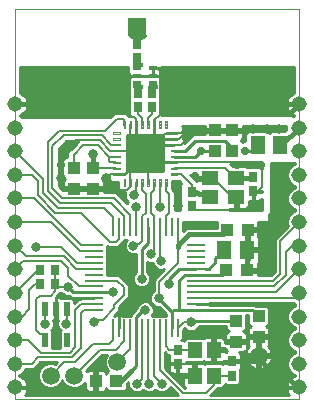
<source format=gtl>
G75*
G70*
%OFA0B0*%
%FSLAX24Y24*%
%IPPOS*%
%LPD*%
%AMOC8*
5,1,8,0,0,1.08239X$1,22.5*
%
%ADD10C,0.0000*%
%ADD11R,0.0591X0.0098*%
%ADD12R,0.0098X0.0591*%
%ADD13C,0.0049*%
%ADD14C,0.0130*%
%ADD15R,0.0276X0.0118*%
%ADD16R,0.0551X0.0472*%
%ADD17R,0.0472X0.0551*%
%ADD18R,0.0291X0.0364*%
%ADD19R,0.0425X0.0413*%
%ADD20R,0.0217X0.0472*%
%ADD21R,0.0276X0.0354*%
%ADD22C,0.0515*%
%ADD23R,0.0413X0.0425*%
%ADD24R,0.0512X0.0630*%
%ADD25C,0.0591*%
%ADD26R,0.0512X0.0591*%
%ADD27R,0.0591X0.0591*%
%ADD28C,0.0079*%
%ADD29C,0.0004*%
%ADD30C,0.0100*%
%ADD31C,0.0317*%
%ADD32C,0.0160*%
%ADD33C,0.0278*%
D10*
X000505Y000937D02*
X000505Y013930D01*
X009954Y013930D01*
X009954Y000937D01*
X000505Y000937D01*
D11*
X003143Y003910D03*
X003143Y004107D03*
X003143Y004304D03*
X003143Y004500D03*
X003143Y004697D03*
X003143Y004894D03*
X003143Y005091D03*
X003143Y005288D03*
X003143Y005485D03*
X003143Y005681D03*
X003143Y005878D03*
X003143Y006075D03*
X006529Y006075D03*
X006529Y005878D03*
X006529Y005681D03*
X006529Y005485D03*
X006529Y005288D03*
X006529Y005091D03*
X006529Y004894D03*
X006529Y004697D03*
X006529Y004500D03*
X006529Y004304D03*
X006529Y004107D03*
X006529Y003910D03*
D12*
X005918Y003300D03*
X005722Y003300D03*
X005525Y003300D03*
X005328Y003300D03*
X005131Y003300D03*
X004934Y003300D03*
X004737Y003300D03*
X004540Y003300D03*
X004344Y003300D03*
X004147Y003300D03*
X003950Y003300D03*
X003753Y003300D03*
X003753Y006685D03*
X003950Y006685D03*
X004147Y006685D03*
X004344Y006685D03*
X004540Y006685D03*
X004737Y006685D03*
X004934Y006685D03*
X005131Y006685D03*
X005328Y006685D03*
X005525Y006685D03*
X005722Y006685D03*
X005918Y006685D03*
D13*
X005550Y008048D02*
X005500Y008048D01*
X005500Y008276D01*
X005550Y008276D01*
X005550Y008048D01*
X005550Y008096D02*
X005500Y008096D01*
X005500Y008144D02*
X005550Y008144D01*
X005550Y008192D02*
X005500Y008192D01*
X005500Y008240D02*
X005550Y008240D01*
X005686Y008412D02*
X005686Y008462D01*
X005914Y008462D01*
X005914Y008412D01*
X005686Y008412D01*
X005686Y008460D02*
X005914Y008460D01*
X005686Y008609D02*
X005686Y008659D01*
X005914Y008659D01*
X005914Y008609D01*
X005686Y008609D01*
X005686Y008657D02*
X005914Y008657D01*
X005686Y008806D02*
X005686Y008856D01*
X005914Y008856D01*
X005914Y008806D01*
X005686Y008806D01*
X005686Y008854D02*
X005914Y008854D01*
X005686Y009003D02*
X005686Y009053D01*
X005914Y009053D01*
X005914Y009003D01*
X005686Y009003D01*
X005686Y009051D02*
X005914Y009051D01*
X005686Y009200D02*
X005686Y009250D01*
X005914Y009250D01*
X005914Y009200D01*
X005686Y009200D01*
X005686Y009248D02*
X005914Y009248D01*
X005686Y009397D02*
X005686Y009447D01*
X005914Y009447D01*
X005914Y009397D01*
X005686Y009397D01*
X005686Y009445D02*
X005914Y009445D01*
X005686Y009594D02*
X005686Y009644D01*
X005914Y009644D01*
X005914Y009594D01*
X005686Y009594D01*
X005686Y009642D02*
X005914Y009642D01*
X005686Y009790D02*
X005686Y009840D01*
X005914Y009840D01*
X005914Y009790D01*
X005686Y009790D01*
X005686Y009838D02*
X005914Y009838D01*
X005550Y009977D02*
X005500Y009977D01*
X005500Y010205D01*
X005550Y010205D01*
X005550Y009977D01*
X005550Y010025D02*
X005500Y010025D01*
X005500Y010073D02*
X005550Y010073D01*
X005550Y010121D02*
X005500Y010121D01*
X005500Y010169D02*
X005550Y010169D01*
X005353Y009977D02*
X005303Y009977D01*
X005303Y010205D01*
X005353Y010205D01*
X005353Y009977D01*
X005353Y010025D02*
X005303Y010025D01*
X005303Y010073D02*
X005353Y010073D01*
X005353Y010121D02*
X005303Y010121D01*
X005303Y010169D02*
X005353Y010169D01*
X005156Y009977D02*
X005106Y009977D01*
X005106Y010205D01*
X005156Y010205D01*
X005156Y009977D01*
X005156Y010025D02*
X005106Y010025D01*
X005106Y010073D02*
X005156Y010073D01*
X005156Y010121D02*
X005106Y010121D01*
X005106Y010169D02*
X005156Y010169D01*
X004959Y009977D02*
X004909Y009977D01*
X004909Y010205D01*
X004959Y010205D01*
X004959Y009977D01*
X004959Y010025D02*
X004909Y010025D01*
X004909Y010073D02*
X004959Y010073D01*
X004959Y010121D02*
X004909Y010121D01*
X004909Y010169D02*
X004959Y010169D01*
X004762Y009977D02*
X004712Y009977D01*
X004712Y010205D01*
X004762Y010205D01*
X004762Y009977D01*
X004762Y010025D02*
X004712Y010025D01*
X004712Y010073D02*
X004762Y010073D01*
X004762Y010121D02*
X004712Y010121D01*
X004712Y010169D02*
X004762Y010169D01*
X004565Y009977D02*
X004515Y009977D01*
X004515Y010205D01*
X004565Y010205D01*
X004565Y009977D01*
X004565Y010025D02*
X004515Y010025D01*
X004515Y010073D02*
X004565Y010073D01*
X004565Y010121D02*
X004515Y010121D01*
X004515Y010169D02*
X004565Y010169D01*
X004369Y009977D02*
X004319Y009977D01*
X004319Y010205D01*
X004369Y010205D01*
X004369Y009977D01*
X004369Y010025D02*
X004319Y010025D01*
X004319Y010073D02*
X004369Y010073D01*
X004369Y010121D02*
X004319Y010121D01*
X004319Y010169D02*
X004369Y010169D01*
X004172Y009977D02*
X004122Y009977D01*
X004122Y010205D01*
X004172Y010205D01*
X004172Y009977D01*
X004172Y010025D02*
X004122Y010025D01*
X004122Y010073D02*
X004172Y010073D01*
X004172Y010121D02*
X004122Y010121D01*
X004122Y010169D02*
X004172Y010169D01*
X003757Y009840D02*
X003757Y009790D01*
X003757Y009840D02*
X003985Y009840D01*
X003985Y009790D01*
X003757Y009790D01*
X003757Y009838D02*
X003985Y009838D01*
X003757Y009644D02*
X003757Y009594D01*
X003757Y009644D02*
X003985Y009644D01*
X003985Y009594D01*
X003757Y009594D01*
X003757Y009642D02*
X003985Y009642D01*
X003757Y009447D02*
X003757Y009397D01*
X003757Y009447D02*
X003985Y009447D01*
X003985Y009397D01*
X003757Y009397D01*
X003757Y009445D02*
X003985Y009445D01*
X003757Y009250D02*
X003757Y009200D01*
X003757Y009250D02*
X003985Y009250D01*
X003985Y009200D01*
X003757Y009200D01*
X003757Y009248D02*
X003985Y009248D01*
X003757Y009053D02*
X003757Y009003D01*
X003757Y009053D02*
X003985Y009053D01*
X003985Y009003D01*
X003757Y009003D01*
X003757Y009051D02*
X003985Y009051D01*
X003757Y008856D02*
X003757Y008806D01*
X003757Y008856D02*
X003985Y008856D01*
X003985Y008806D01*
X003757Y008806D01*
X003757Y008854D02*
X003985Y008854D01*
X003757Y008659D02*
X003757Y008609D01*
X003757Y008659D02*
X003985Y008659D01*
X003985Y008609D01*
X003757Y008609D01*
X003757Y008657D02*
X003985Y008657D01*
X003757Y008462D02*
X003757Y008412D01*
X003757Y008462D02*
X003985Y008462D01*
X003985Y008412D01*
X003757Y008412D01*
X003757Y008460D02*
X003985Y008460D01*
X004122Y008048D02*
X004172Y008048D01*
X004122Y008048D02*
X004122Y008276D01*
X004172Y008276D01*
X004172Y008048D01*
X004172Y008096D02*
X004122Y008096D01*
X004122Y008144D02*
X004172Y008144D01*
X004172Y008192D02*
X004122Y008192D01*
X004122Y008240D02*
X004172Y008240D01*
X004319Y008048D02*
X004369Y008048D01*
X004319Y008048D02*
X004319Y008276D01*
X004369Y008276D01*
X004369Y008048D01*
X004369Y008096D02*
X004319Y008096D01*
X004319Y008144D02*
X004369Y008144D01*
X004369Y008192D02*
X004319Y008192D01*
X004319Y008240D02*
X004369Y008240D01*
X004515Y008048D02*
X004565Y008048D01*
X004515Y008048D02*
X004515Y008276D01*
X004565Y008276D01*
X004565Y008048D01*
X004565Y008096D02*
X004515Y008096D01*
X004515Y008144D02*
X004565Y008144D01*
X004565Y008192D02*
X004515Y008192D01*
X004515Y008240D02*
X004565Y008240D01*
X004712Y008048D02*
X004762Y008048D01*
X004712Y008048D02*
X004712Y008276D01*
X004762Y008276D01*
X004762Y008048D01*
X004762Y008096D02*
X004712Y008096D01*
X004712Y008144D02*
X004762Y008144D01*
X004762Y008192D02*
X004712Y008192D01*
X004712Y008240D02*
X004762Y008240D01*
X004909Y008048D02*
X004959Y008048D01*
X004909Y008048D02*
X004909Y008276D01*
X004959Y008276D01*
X004959Y008048D01*
X004959Y008096D02*
X004909Y008096D01*
X004909Y008144D02*
X004959Y008144D01*
X004959Y008192D02*
X004909Y008192D01*
X004909Y008240D02*
X004959Y008240D01*
X005106Y008048D02*
X005156Y008048D01*
X005106Y008048D02*
X005106Y008276D01*
X005156Y008276D01*
X005156Y008048D01*
X005156Y008096D02*
X005106Y008096D01*
X005106Y008144D02*
X005156Y008144D01*
X005156Y008192D02*
X005106Y008192D01*
X005106Y008240D02*
X005156Y008240D01*
X005303Y008048D02*
X005353Y008048D01*
X005303Y008048D02*
X005303Y008276D01*
X005353Y008276D01*
X005353Y008048D01*
X005353Y008096D02*
X005303Y008096D01*
X005303Y008144D02*
X005353Y008144D01*
X005353Y008192D02*
X005303Y008192D01*
X005303Y008240D02*
X005353Y008240D01*
D14*
X004252Y008542D02*
X004252Y009710D01*
X005420Y009710D01*
X005420Y008542D01*
X004252Y008542D01*
X004252Y008671D02*
X005420Y008671D01*
X005420Y008800D02*
X004252Y008800D01*
X004252Y008929D02*
X005420Y008929D01*
X005420Y009058D02*
X004252Y009058D01*
X004252Y009187D02*
X005420Y009187D01*
X005420Y009316D02*
X004252Y009316D01*
X004252Y009445D02*
X005420Y009445D01*
X005420Y009574D02*
X004252Y009574D01*
X004252Y009703D02*
X005420Y009703D01*
D15*
X005092Y011469D03*
X005092Y011725D03*
X005092Y011981D03*
X004580Y011981D03*
X004580Y011725D03*
X004580Y011469D03*
D16*
X007001Y008300D03*
X007001Y007670D03*
X007867Y007670D03*
X007867Y008300D03*
D17*
X007119Y002591D03*
X006489Y002591D03*
X006489Y001725D03*
X007119Y001725D03*
D18*
X007729Y001725D03*
X007729Y002197D03*
X005918Y002119D03*
X005918Y002591D03*
X006391Y007374D03*
X006391Y007847D03*
X008438Y007867D03*
X008438Y008339D03*
X005072Y010662D03*
X005072Y011134D03*
X004599Y011134D03*
X004599Y010662D03*
X004580Y012315D03*
X004580Y012788D03*
D19*
X007178Y009904D03*
X007729Y009904D03*
X007729Y009215D03*
X007178Y009215D03*
X003103Y008644D03*
X003103Y007955D03*
X002454Y007955D03*
X002454Y008644D03*
X007867Y003546D03*
X007867Y002857D03*
X008615Y003014D03*
X008615Y003703D03*
D20*
X002237Y003949D03*
X001863Y003949D03*
X001489Y003949D03*
X001489Y002926D03*
X002237Y002926D03*
D21*
X001844Y004776D03*
X001844Y005248D03*
X001332Y005248D03*
X001332Y004776D03*
D22*
X000505Y004481D03*
X000505Y003693D03*
X000505Y002906D03*
X000505Y002119D03*
X000505Y001331D03*
X000505Y005268D03*
X000505Y006056D03*
X000505Y006843D03*
X000505Y007630D03*
X000505Y008418D03*
X000505Y009205D03*
X000505Y009993D03*
X000505Y010780D03*
X009954Y010780D03*
X009954Y009993D03*
X009954Y009205D03*
X009954Y008418D03*
X009954Y007630D03*
X009954Y006843D03*
X009954Y006056D03*
X009954Y005268D03*
X009954Y004481D03*
X009954Y003693D03*
X009954Y002906D03*
X009954Y002119D03*
X009954Y001331D03*
D23*
X008231Y005229D03*
X007542Y005229D03*
X007562Y006587D03*
X008251Y006587D03*
X003881Y001548D03*
X003192Y001548D03*
D24*
X007454Y005918D03*
X008241Y005918D03*
D25*
X008615Y002394D03*
X003911Y002178D03*
X002474Y001725D03*
X001686Y001725D03*
D26*
X008596Y009402D03*
X009344Y009402D03*
D27*
X004580Y013359D03*
D28*
X004580Y011725D02*
X004442Y011725D01*
X004324Y011607D01*
X004324Y010426D01*
X004403Y010347D01*
X004462Y010347D01*
X004540Y010268D01*
X004540Y010091D01*
X004344Y010091D02*
X004324Y010111D01*
X004344Y010091D02*
X004344Y009619D01*
X004412Y009550D01*
X004442Y009520D02*
X004836Y009126D01*
X004403Y008693D01*
X004344Y008634D01*
X004344Y008162D01*
X004344Y008004D01*
X004245Y007906D01*
X003911Y007906D01*
X003891Y007926D01*
X003133Y007926D01*
X003103Y007955D01*
X002454Y007955D01*
X002080Y007630D02*
X001745Y007965D01*
X001745Y009363D01*
X002119Y009737D01*
X003399Y009737D01*
X003714Y009422D01*
X003871Y009422D01*
X003871Y009225D02*
X003674Y009225D01*
X003320Y009579D01*
X002513Y009579D01*
X002139Y009205D01*
X002454Y009087D02*
X002454Y008644D01*
X002454Y008664D01*
X002454Y009087D02*
X002769Y009402D01*
X003261Y009402D01*
X003635Y009028D01*
X003674Y009028D01*
X003635Y008989D01*
X003635Y008870D01*
X003674Y008831D01*
X003871Y008831D01*
X003871Y008634D02*
X003113Y008634D01*
X003103Y008644D01*
X003084Y008664D01*
X003635Y008359D02*
X003635Y008181D01*
X003891Y007926D01*
X003792Y007630D02*
X002080Y007630D01*
X002001Y007473D02*
X001588Y007886D01*
X001588Y009520D01*
X001962Y009894D01*
X003497Y009894D01*
X003891Y010288D01*
X004107Y010288D01*
X004147Y010248D01*
X004147Y010091D01*
X004599Y010445D02*
X004599Y010662D01*
X004599Y010445D02*
X004737Y010307D01*
X004737Y010091D01*
X004934Y010091D02*
X004934Y010307D01*
X005072Y010445D01*
X005072Y010662D01*
X005229Y010347D02*
X005131Y010248D01*
X005229Y010347D02*
X005269Y010347D01*
X005348Y010426D01*
X005348Y011666D01*
X005288Y011725D01*
X005092Y011469D02*
X005072Y011449D01*
X004599Y011449D02*
X004580Y011469D01*
X005525Y009815D02*
X005318Y009609D01*
X005180Y009471D01*
X005131Y009422D01*
X004836Y009126D01*
X004934Y009028D01*
X004934Y008162D01*
X004737Y008162D02*
X004737Y007906D01*
X004855Y007788D01*
X004855Y007158D01*
X004737Y007040D01*
X004737Y006685D01*
X004737Y006213D01*
X004639Y006115D01*
X004501Y006115D01*
X004442Y006056D01*
X004344Y006685D02*
X004344Y007079D01*
X003792Y007630D01*
X003714Y007473D02*
X002001Y007473D01*
X001922Y007315D02*
X001430Y007807D01*
X001430Y008280D01*
X000505Y009205D01*
X000505Y008418D02*
X001056Y008418D01*
X001273Y008201D01*
X001273Y007729D01*
X001844Y007158D01*
X002690Y007158D01*
X003655Y006193D01*
X003851Y006193D01*
X003950Y006292D01*
X003950Y006685D01*
X004147Y006685D02*
X004147Y007040D01*
X003714Y007473D01*
X003458Y007315D02*
X001922Y007315D01*
X001686Y006843D02*
X000505Y006843D01*
X000505Y006056D02*
X000859Y005701D01*
X002119Y005701D01*
X002533Y005288D01*
X003143Y005288D01*
X003143Y005485D02*
X002572Y005485D01*
X002040Y006016D01*
X001194Y006016D01*
X000781Y005544D02*
X002040Y005544D01*
X002277Y005307D01*
X002277Y005052D01*
X002631Y004697D01*
X003143Y004697D01*
X003143Y004894D02*
X003911Y004894D01*
X004127Y004678D01*
X004127Y004402D01*
X003812Y004087D01*
X003812Y003969D01*
X003438Y003595D01*
X003202Y003595D01*
X003123Y003516D01*
X003143Y003910D02*
X002808Y003910D01*
X002710Y003811D01*
X002710Y002650D01*
X002395Y002335D01*
X001273Y002335D01*
X001056Y002119D01*
X000505Y002119D01*
X000505Y002906D02*
X000938Y002906D01*
X001351Y002493D01*
X002316Y002493D01*
X002493Y002670D01*
X002493Y003910D01*
X002690Y004107D01*
X003143Y004107D01*
X003143Y004304D02*
X001942Y004304D01*
X001863Y004225D01*
X001863Y003949D01*
X001489Y003949D02*
X001489Y003477D01*
X001509Y003457D01*
X001489Y003122D02*
X001332Y003122D01*
X001214Y003241D01*
X001214Y004264D01*
X001332Y004382D01*
X001686Y004382D01*
X001844Y004540D01*
X001844Y004776D01*
X001942Y004678D01*
X002257Y004678D01*
X001844Y004776D02*
X001844Y005248D01*
X001332Y005248D02*
X001273Y005248D01*
X000505Y004481D01*
X000958Y004579D02*
X000958Y003930D01*
X000722Y003693D01*
X000505Y003693D01*
X000958Y004579D02*
X001155Y004776D01*
X001332Y004776D01*
X001332Y005248D02*
X001312Y005268D01*
X000781Y005544D02*
X000505Y005268D01*
X001686Y006843D02*
X002651Y005878D01*
X003143Y005878D01*
X003143Y006075D02*
X002690Y006075D01*
X001135Y007630D01*
X000505Y007630D01*
X002237Y003949D02*
X002237Y003496D01*
X002198Y003457D01*
X001489Y003122D02*
X001489Y002926D01*
X002139Y002178D02*
X001686Y001725D01*
X002139Y002178D02*
X002513Y002178D01*
X003103Y002768D01*
X003615Y002768D01*
X003753Y002906D01*
X003753Y003300D01*
X004147Y003300D02*
X004147Y002867D01*
X003871Y002591D01*
X003340Y002591D01*
X002474Y001725D01*
X003911Y002178D02*
X004344Y002611D01*
X004344Y003300D01*
X004737Y003300D02*
X004737Y001626D01*
X004560Y001449D01*
X004934Y001489D02*
X004974Y001449D01*
X004934Y001489D02*
X004934Y003300D01*
X005131Y003300D02*
X005131Y001705D01*
X005387Y001449D01*
X005328Y001922D02*
X006096Y001154D01*
X006863Y001154D01*
X007119Y001410D01*
X007119Y001725D01*
X007729Y001725D01*
X007651Y002119D02*
X007729Y002197D01*
X007651Y002119D02*
X005918Y002119D01*
X005918Y002591D02*
X005643Y002591D01*
X005525Y002709D01*
X005525Y003300D01*
X005328Y003300D02*
X005328Y001922D01*
X005918Y002591D02*
X006489Y002591D01*
X005918Y003300D02*
X006115Y003496D01*
X006371Y003496D01*
X006529Y004304D02*
X009777Y004304D01*
X009954Y004481D01*
X009521Y005071D02*
X009147Y004697D01*
X006529Y004697D01*
X006529Y004500D02*
X009186Y004500D01*
X009954Y005268D01*
X009521Y005071D02*
X009521Y005859D01*
X009718Y006056D01*
X009954Y006056D01*
X009324Y006213D02*
X009954Y006843D01*
X009324Y006213D02*
X009324Y005111D01*
X009107Y004894D01*
X006529Y004894D01*
X006529Y005288D02*
X006844Y005288D01*
X005918Y005485D02*
X005918Y006016D01*
X005918Y006685D01*
X005525Y007040D02*
X005623Y007138D01*
X005623Y007768D01*
X005525Y007867D01*
X005525Y008162D01*
X005328Y008162D02*
X005328Y007355D01*
X005033Y007138D02*
X005033Y007807D01*
X005131Y007906D01*
X005131Y008162D01*
X005131Y008831D02*
X004836Y009126D01*
X004540Y009422D01*
X004737Y009225D02*
X004836Y009126D01*
X004737Y009225D02*
X003871Y009225D01*
X003871Y009028D02*
X003674Y009028D01*
X003714Y008437D02*
X003871Y008437D01*
X003714Y008437D02*
X003635Y008359D01*
X003458Y007315D02*
X003753Y007020D01*
X003753Y006685D01*
X004540Y006685D02*
X004540Y007355D01*
X004481Y007748D02*
X004540Y007807D01*
X004540Y008162D01*
X005033Y007138D02*
X005131Y007040D01*
X005131Y006685D01*
X005131Y005878D01*
X005033Y005780D01*
X005328Y005583D02*
X005367Y005544D01*
X005328Y005583D02*
X005328Y006685D01*
X005525Y006685D02*
X005525Y007040D01*
X006391Y007374D02*
X006529Y007237D01*
X007985Y007237D01*
X007867Y007355D01*
X007867Y007650D01*
X007729Y007788D01*
X007631Y007788D01*
X007139Y008280D01*
X006981Y008280D01*
X006824Y007847D02*
X007001Y007670D01*
X006391Y007847D02*
X006391Y008083D01*
X006036Y008437D01*
X005800Y008437D01*
X005800Y008634D02*
X006529Y008634D01*
X006548Y008654D01*
X007513Y008654D01*
X007867Y008300D01*
X007887Y008752D02*
X007808Y008831D01*
X008753Y008831D01*
X008733Y008634D02*
X008733Y008004D01*
X008596Y007867D01*
X008438Y007867D01*
X008438Y007433D01*
X008241Y007237D01*
X007985Y007237D01*
X007867Y007650D02*
X007808Y007650D01*
X007631Y007827D01*
X007867Y007670D02*
X007867Y007650D01*
X007808Y008831D02*
X005800Y008831D01*
X005741Y009422D02*
X006036Y009422D01*
X006194Y009579D01*
X006194Y009855D01*
X006155Y009815D01*
X005761Y009815D01*
X005741Y009619D02*
X005958Y009619D01*
X006194Y009855D01*
X005151Y009619D02*
X005131Y009599D01*
X005131Y009422D01*
X005918Y005485D02*
X005288Y004855D01*
X005288Y004304D01*
X007867Y003556D02*
X007867Y003546D01*
D29*
X005218Y011311D02*
X004926Y011311D01*
X004926Y011315D01*
X005218Y011315D01*
X005218Y011311D01*
X005218Y011313D02*
X004926Y011313D01*
X004926Y011315D02*
X004954Y011410D01*
X004954Y011414D01*
X005227Y011414D01*
X005227Y011394D01*
X005218Y011315D01*
X005218Y011318D02*
X004927Y011318D01*
X004928Y011320D02*
X005218Y011320D01*
X005218Y011323D02*
X004928Y011323D01*
X004929Y011325D02*
X005219Y011325D01*
X005219Y011327D02*
X004930Y011327D01*
X004930Y011330D02*
X005219Y011330D01*
X005220Y011332D02*
X004931Y011332D01*
X004932Y011335D02*
X005220Y011335D01*
X005220Y011337D02*
X004933Y011337D01*
X004933Y011340D02*
X005221Y011340D01*
X005221Y011342D02*
X004934Y011342D01*
X004935Y011344D02*
X005221Y011344D01*
X005222Y011347D02*
X004935Y011347D01*
X004936Y011349D02*
X005222Y011349D01*
X005222Y011352D02*
X004937Y011352D01*
X004938Y011354D02*
X005222Y011354D01*
X005223Y011357D02*
X004938Y011357D01*
X004939Y011359D02*
X005223Y011359D01*
X005223Y011362D02*
X004940Y011362D01*
X004940Y011364D02*
X005224Y011364D01*
X005224Y011366D02*
X004941Y011366D01*
X004942Y011369D02*
X005224Y011369D01*
X005225Y011371D02*
X004943Y011371D01*
X004943Y011374D02*
X005225Y011374D01*
X005225Y011376D02*
X004944Y011376D01*
X004945Y011379D02*
X005226Y011379D01*
X005226Y011381D02*
X004945Y011381D01*
X004946Y011383D02*
X005226Y011383D01*
X005226Y011386D02*
X004947Y011386D01*
X004948Y011388D02*
X005227Y011388D01*
X005227Y011391D02*
X004948Y011391D01*
X004949Y011393D02*
X005227Y011393D01*
X005227Y011396D02*
X004950Y011396D01*
X004950Y011398D02*
X005227Y011398D01*
X005227Y011401D02*
X004951Y011401D01*
X004952Y011403D02*
X005227Y011403D01*
X005227Y011405D02*
X004953Y011405D01*
X004953Y011408D02*
X005227Y011408D01*
X005227Y011410D02*
X004954Y011410D01*
X004954Y011413D02*
X005227Y011413D01*
X004745Y011315D02*
X004745Y011311D01*
X004454Y011311D01*
X004454Y011315D01*
X004745Y011315D01*
X004718Y011410D01*
X004718Y011414D01*
X004444Y011414D01*
X004444Y011394D01*
X004454Y011315D01*
X004454Y011313D02*
X004745Y011313D01*
X004744Y011318D02*
X004454Y011318D01*
X004453Y011320D02*
X004744Y011320D01*
X004743Y011323D02*
X004453Y011323D01*
X004453Y011325D02*
X004742Y011325D01*
X004742Y011327D02*
X004452Y011327D01*
X004452Y011330D02*
X004741Y011330D01*
X004740Y011332D02*
X004452Y011332D01*
X004451Y011335D02*
X004740Y011335D01*
X004739Y011337D02*
X004451Y011337D01*
X004451Y011340D02*
X004738Y011340D01*
X004737Y011342D02*
X004450Y011342D01*
X004450Y011344D02*
X004737Y011344D01*
X004736Y011347D02*
X004450Y011347D01*
X004450Y011349D02*
X004735Y011349D01*
X004735Y011352D02*
X004449Y011352D01*
X004449Y011354D02*
X004734Y011354D01*
X004733Y011357D02*
X004449Y011357D01*
X004448Y011359D02*
X004732Y011359D01*
X004732Y011362D02*
X004448Y011362D01*
X004448Y011364D02*
X004731Y011364D01*
X004730Y011366D02*
X004447Y011366D01*
X004447Y011369D02*
X004730Y011369D01*
X004729Y011371D02*
X004447Y011371D01*
X004447Y011374D02*
X004728Y011374D01*
X004727Y011376D02*
X004446Y011376D01*
X004446Y011379D02*
X004727Y011379D01*
X004726Y011381D02*
X004446Y011381D01*
X004445Y011383D02*
X004725Y011383D01*
X004725Y011386D02*
X004445Y011386D01*
X004445Y011388D02*
X004724Y011388D01*
X004723Y011391D02*
X004444Y011391D01*
X004444Y011393D02*
X004722Y011393D01*
X004722Y011396D02*
X004444Y011396D01*
X004444Y011398D02*
X004721Y011398D01*
X004720Y011401D02*
X004444Y011401D01*
X004444Y011403D02*
X004720Y011403D01*
X004719Y011405D02*
X004444Y011405D01*
X004444Y011408D02*
X004718Y011408D01*
X004718Y011410D02*
X004444Y011410D01*
X004444Y011413D02*
X004718Y011413D01*
X004718Y012036D02*
X004442Y012036D01*
X004442Y012040D01*
X004434Y012134D01*
X004725Y012134D01*
X004718Y012040D01*
X004718Y012036D01*
X004718Y012037D02*
X004442Y012037D01*
X004442Y012039D02*
X004718Y012039D01*
X004718Y012042D02*
X004442Y012042D01*
X004442Y012044D02*
X004718Y012044D01*
X004718Y012046D02*
X004441Y012046D01*
X004441Y012049D02*
X004718Y012049D01*
X004719Y012051D02*
X004441Y012051D01*
X004441Y012054D02*
X004719Y012054D01*
X004719Y012056D02*
X004441Y012056D01*
X004440Y012059D02*
X004719Y012059D01*
X004719Y012061D02*
X004440Y012061D01*
X004440Y012063D02*
X004720Y012063D01*
X004720Y012066D02*
X004440Y012066D01*
X004440Y012068D02*
X004720Y012068D01*
X004720Y012071D02*
X004439Y012071D01*
X004439Y012073D02*
X004720Y012073D01*
X004721Y012076D02*
X004439Y012076D01*
X004439Y012078D02*
X004721Y012078D01*
X004721Y012081D02*
X004439Y012081D01*
X004438Y012083D02*
X004721Y012083D01*
X004721Y012085D02*
X004438Y012085D01*
X004438Y012088D02*
X004722Y012088D01*
X004722Y012090D02*
X004438Y012090D01*
X004438Y012093D02*
X004722Y012093D01*
X004722Y012095D02*
X004437Y012095D01*
X004437Y012098D02*
X004722Y012098D01*
X004723Y012100D02*
X004437Y012100D01*
X004437Y012102D02*
X004723Y012102D01*
X004723Y012105D02*
X004437Y012105D01*
X004436Y012107D02*
X004723Y012107D01*
X004723Y012110D02*
X004436Y012110D01*
X004436Y012112D02*
X004724Y012112D01*
X004724Y012115D02*
X004436Y012115D01*
X004436Y012117D02*
X004724Y012117D01*
X004724Y012120D02*
X004435Y012120D01*
X004435Y012122D02*
X004724Y012122D01*
X004725Y012124D02*
X004435Y012124D01*
X004435Y012127D02*
X004725Y012127D01*
X004725Y012129D02*
X004435Y012129D01*
X004434Y012132D02*
X004725Y012132D01*
X004725Y012134D02*
X004725Y012138D01*
X004434Y012138D01*
X004434Y012134D01*
X004434Y012137D02*
X004725Y012137D01*
X004725Y012945D02*
X004434Y012945D01*
X004434Y012949D01*
X004285Y013063D01*
X004874Y013063D01*
X004875Y013063D02*
X004725Y012949D01*
X004725Y012945D01*
X004725Y012946D02*
X004434Y012946D01*
X004434Y012948D02*
X004725Y012948D01*
X004727Y012951D02*
X004432Y012951D01*
X004429Y012953D02*
X004731Y012953D01*
X004734Y012956D02*
X004426Y012956D01*
X004423Y012958D02*
X004737Y012958D01*
X004740Y012960D02*
X004420Y012960D01*
X004416Y012963D02*
X004743Y012963D01*
X004746Y012965D02*
X004413Y012965D01*
X004410Y012968D02*
X004750Y012968D01*
X004753Y012970D02*
X004407Y012970D01*
X004404Y012973D02*
X004756Y012973D01*
X004759Y012975D02*
X004400Y012975D01*
X004397Y012977D02*
X004762Y012977D01*
X004766Y012980D02*
X004394Y012980D01*
X004391Y012982D02*
X004769Y012982D01*
X004772Y012985D02*
X004388Y012985D01*
X004384Y012987D02*
X004775Y012987D01*
X004778Y012990D02*
X004381Y012990D01*
X004378Y012992D02*
X004782Y012992D01*
X004785Y012994D02*
X004375Y012994D01*
X004372Y012997D02*
X004788Y012997D01*
X004791Y012999D02*
X004368Y012999D01*
X004365Y013002D02*
X004794Y013002D01*
X004798Y013004D02*
X004362Y013004D01*
X004359Y013007D02*
X004801Y013007D01*
X004804Y013009D02*
X004356Y013009D01*
X004352Y013012D02*
X004807Y013012D01*
X004810Y013014D02*
X004349Y013014D01*
X004346Y013016D02*
X004814Y013016D01*
X004817Y013019D02*
X004343Y013019D01*
X004340Y013021D02*
X004820Y013021D01*
X004823Y013024D02*
X004336Y013024D01*
X004333Y013026D02*
X004826Y013026D01*
X004830Y013029D02*
X004330Y013029D01*
X004327Y013031D02*
X004833Y013031D01*
X004836Y013033D02*
X004324Y013033D01*
X004321Y013036D02*
X004839Y013036D01*
X004842Y013038D02*
X004317Y013038D01*
X004314Y013041D02*
X004845Y013041D01*
X004849Y013043D02*
X004311Y013043D01*
X004308Y013046D02*
X004852Y013046D01*
X004855Y013048D02*
X004305Y013048D01*
X004301Y013051D02*
X004858Y013051D01*
X004861Y013053D02*
X004298Y013053D01*
X004295Y013055D02*
X004865Y013055D01*
X004868Y013058D02*
X004292Y013058D01*
X004289Y013060D02*
X004871Y013060D01*
X004875Y013063D02*
X004875Y013067D01*
X004285Y013067D01*
X004285Y013063D01*
X004285Y013065D02*
X004875Y013065D01*
D30*
X005092Y011981D02*
X005379Y011981D01*
X005379Y012000D01*
X009786Y012000D01*
X009786Y011152D01*
X009740Y011128D01*
X009688Y011091D01*
X009643Y011045D01*
X009605Y010993D01*
X009576Y010936D01*
X009556Y010875D01*
X009546Y010812D01*
X009546Y010809D01*
X009786Y010809D01*
X009786Y010751D01*
X009546Y010751D01*
X009546Y010748D01*
X009556Y010685D01*
X009576Y010624D01*
X009605Y010566D01*
X009643Y010514D01*
X009688Y010469D01*
X009740Y010431D01*
X009786Y010408D01*
X009786Y010384D01*
X009768Y010376D01*
X009748Y010397D01*
X005372Y010397D01*
X005386Y010410D01*
X005386Y011328D01*
X005398Y011340D01*
X005398Y011598D01*
X005373Y011622D01*
X005379Y011646D01*
X005379Y011725D01*
X005379Y011804D01*
X005369Y011842D01*
X005363Y011853D01*
X005369Y011864D01*
X005379Y011902D01*
X005379Y011981D01*
X005092Y011981D01*
X005092Y011981D01*
X005269Y011981D01*
X005328Y011922D01*
X005328Y011764D01*
X005288Y011725D01*
X005092Y011725D01*
X005379Y011725D01*
X005092Y011725D01*
X005092Y011725D01*
X005092Y011725D01*
X005092Y011981D01*
X005092Y011981D01*
X005092Y011934D01*
X005092Y011725D01*
X004580Y011725D01*
X004868Y011725D01*
X005092Y011725D01*
X005092Y011725D01*
X004580Y011725D01*
X004580Y011725D01*
X004580Y011725D01*
X004292Y011725D01*
X004292Y011804D01*
X004298Y011828D01*
X004274Y011852D01*
X004274Y012000D01*
X000673Y012000D01*
X000673Y011152D01*
X000719Y011128D01*
X000770Y011091D01*
X000816Y011045D01*
X000854Y010993D01*
X000883Y010936D01*
X000902Y010875D01*
X000912Y010812D01*
X000912Y010809D01*
X000673Y010809D01*
X000673Y010751D01*
X000912Y010751D01*
X000912Y010748D01*
X000902Y010685D01*
X000883Y010624D01*
X000854Y010566D01*
X000816Y010514D01*
X000770Y010469D01*
X000719Y010431D01*
X000673Y010408D01*
X000673Y010384D01*
X000746Y010353D01*
X000756Y010343D01*
X000770Y010357D01*
X003665Y010357D01*
X003666Y010357D01*
X003683Y010374D01*
X003805Y010495D01*
X004193Y010495D01*
X004310Y010379D01*
X004317Y010379D01*
X004286Y010410D01*
X004286Y011328D01*
X004274Y011340D01*
X004274Y011598D01*
X004298Y011622D01*
X004292Y011646D01*
X004292Y011725D01*
X004580Y011725D01*
X004580Y011981D02*
X004619Y011981D01*
X004292Y011772D02*
X000673Y011772D01*
X000673Y011674D02*
X004292Y011674D01*
X004274Y011575D02*
X000673Y011575D01*
X000673Y011477D02*
X004274Y011477D01*
X004274Y011378D02*
X000673Y011378D01*
X000673Y011280D02*
X004286Y011280D01*
X004286Y011181D02*
X000673Y011181D01*
X000778Y011083D02*
X004286Y011083D01*
X004286Y010984D02*
X000858Y010984D01*
X000899Y010886D02*
X004286Y010886D01*
X004286Y010787D02*
X000673Y010787D01*
X000903Y010689D02*
X004286Y010689D01*
X004286Y010590D02*
X000866Y010590D01*
X000793Y010492D02*
X003802Y010492D01*
X003703Y010393D02*
X000673Y010393D01*
X000673Y011871D02*
X004274Y011871D01*
X004274Y011969D02*
X000673Y011969D01*
X002205Y009529D02*
X002603Y009529D01*
X002561Y009488D01*
X002368Y009294D01*
X002246Y009173D01*
X002246Y009019D01*
X002172Y009019D01*
X002073Y008920D01*
X002073Y008368D01*
X002155Y008285D01*
X002149Y008282D01*
X002121Y008254D01*
X002101Y008220D01*
X002091Y008182D01*
X002091Y008005D01*
X002404Y008005D01*
X002404Y007905D01*
X002098Y007905D01*
X001953Y008051D01*
X001953Y009277D01*
X002205Y009529D01*
X002183Y009507D02*
X002580Y009507D01*
X002482Y009408D02*
X002084Y009408D01*
X001986Y009310D02*
X002383Y009310D01*
X002285Y009211D02*
X001953Y009211D01*
X001953Y009113D02*
X002246Y009113D01*
X002167Y009014D02*
X001953Y009014D01*
X001953Y008916D02*
X002073Y008916D01*
X002073Y008817D02*
X001953Y008817D01*
X001953Y008719D02*
X002073Y008719D01*
X002073Y008620D02*
X001953Y008620D01*
X001953Y008522D02*
X002073Y008522D01*
X002073Y008423D02*
X001953Y008423D01*
X001953Y008325D02*
X002116Y008325D01*
X002105Y008226D02*
X001953Y008226D01*
X001953Y008128D02*
X002091Y008128D01*
X002091Y008029D02*
X001974Y008029D01*
X002073Y007931D02*
X002404Y007931D01*
X002504Y007931D02*
X003053Y007931D01*
X003053Y007905D02*
X002816Y007905D01*
X002504Y007905D01*
X002504Y008005D01*
X003053Y008005D01*
X003053Y007905D01*
X003153Y007905D02*
X003153Y008005D01*
X003466Y008005D01*
X003466Y008182D01*
X003456Y008220D01*
X003436Y008254D01*
X003408Y008282D01*
X003402Y008285D01*
X003484Y008368D01*
X003484Y008427D01*
X003583Y008427D01*
X003583Y008390D01*
X003595Y008345D01*
X003605Y008329D01*
X003605Y008269D01*
X003703Y008171D01*
X003929Y008171D01*
X003929Y007969D01*
X004042Y007856D01*
X004172Y007856D01*
X004155Y007813D01*
X004155Y007683D01*
X004204Y007563D01*
X004253Y007515D01*
X004238Y007478D01*
X004000Y007716D01*
X004000Y007716D01*
X003878Y007838D01*
X003466Y007838D01*
X003466Y007905D01*
X003153Y007905D01*
X003153Y007931D02*
X003967Y007931D01*
X003929Y008029D02*
X003466Y008029D01*
X003466Y008128D02*
X003929Y008128D01*
X003884Y007832D02*
X004162Y007832D01*
X004155Y007734D02*
X003982Y007734D01*
X004081Y007635D02*
X004174Y007635D01*
X004179Y007537D02*
X004231Y007537D01*
X003648Y008226D02*
X003452Y008226D01*
X003441Y008325D02*
X003605Y008325D01*
X003583Y008423D02*
X003484Y008423D01*
X003871Y008437D02*
X004147Y008437D01*
X004403Y008693D01*
X005131Y008831D02*
X005800Y008831D01*
X005800Y009028D02*
X006489Y009028D01*
X006686Y009225D01*
X007178Y009225D01*
X007178Y009215D01*
X007178Y009225D02*
X007198Y009225D01*
X007493Y009559D02*
X007729Y009323D01*
X007729Y009215D01*
X007729Y009205D01*
X007493Y009559D02*
X006509Y009559D01*
X006174Y009225D01*
X005800Y009225D01*
X005800Y009422D02*
X005741Y009422D01*
X005229Y009422D01*
X005180Y009471D01*
X005131Y009638D02*
X005131Y010091D01*
X005131Y010248D01*
X005386Y010492D02*
X009666Y010492D01*
X009593Y010590D02*
X005386Y010590D01*
X005386Y010689D02*
X009556Y010689D01*
X009560Y010886D02*
X005386Y010886D01*
X005386Y010984D02*
X009601Y010984D01*
X009681Y011083D02*
X005386Y011083D01*
X005386Y011181D02*
X009786Y011181D01*
X009786Y011280D02*
X005386Y011280D01*
X005398Y011378D02*
X009786Y011378D01*
X009786Y011477D02*
X005398Y011477D01*
X005398Y011575D02*
X009786Y011575D01*
X009786Y011674D02*
X005379Y011674D01*
X005379Y011772D02*
X009786Y011772D01*
X009786Y011871D02*
X005371Y011871D01*
X005379Y011969D02*
X009786Y011969D01*
X009786Y010787D02*
X005386Y010787D01*
X006049Y010061D02*
X006816Y010061D01*
X006816Y009954D01*
X007128Y009954D01*
X007128Y009854D01*
X006816Y009854D01*
X006816Y009778D01*
X006419Y009778D01*
X006291Y009650D01*
X006126Y009485D01*
X006126Y009590D01*
X006088Y009628D01*
X006088Y009666D01*
X006086Y009672D01*
X006086Y009762D01*
X006088Y009768D01*
X006088Y009806D01*
X006126Y009844D01*
X006126Y009983D01*
X006049Y010061D01*
X006110Y009999D02*
X006816Y009999D01*
X006816Y009802D02*
X006088Y009802D01*
X006086Y009704D02*
X006345Y009704D01*
X006246Y009605D02*
X006110Y009605D01*
X006126Y009507D02*
X006148Y009507D01*
X005800Y009619D02*
X005741Y009619D01*
X005328Y009619D01*
X005318Y009609D01*
X005525Y009815D02*
X005761Y009815D01*
X005800Y009815D01*
X006126Y009901D02*
X007128Y009901D01*
X007228Y009901D02*
X007679Y009901D01*
X007679Y009854D02*
X007228Y009854D01*
X007228Y009954D01*
X007541Y009954D01*
X007679Y009954D01*
X007679Y009854D01*
X007779Y009854D02*
X007779Y009954D01*
X008092Y009954D01*
X008092Y010061D01*
X009528Y010061D01*
X009528Y009918D01*
X009476Y009865D01*
X009018Y009865D01*
X008970Y009817D01*
X008921Y009865D01*
X008270Y009865D01*
X008172Y009767D01*
X008172Y009532D01*
X008101Y009532D01*
X008079Y009523D01*
X008028Y009574D01*
X008034Y009577D01*
X008062Y009605D01*
X008082Y009639D01*
X008092Y009677D01*
X008092Y009854D01*
X007779Y009854D01*
X007779Y009901D02*
X009511Y009901D01*
X009528Y009999D02*
X008092Y009999D01*
X008092Y009802D02*
X008207Y009802D01*
X008172Y009704D02*
X008092Y009704D01*
X008062Y009605D02*
X008172Y009605D01*
X008162Y009225D02*
X008418Y009225D01*
X008596Y009402D01*
X008723Y008781D02*
X007679Y008781D01*
X007756Y008704D01*
X008212Y008704D01*
X008227Y008689D01*
X008653Y008689D01*
X008723Y008620D01*
X008723Y008781D01*
X008723Y008719D02*
X007741Y008719D01*
X007148Y008350D02*
X007148Y008250D01*
X007051Y008250D01*
X007051Y008350D01*
X007148Y008350D01*
X007148Y008325D02*
X007051Y008325D01*
X006951Y008325D02*
X006442Y008325D01*
X006443Y008427D02*
X006341Y008427D01*
X006570Y008197D01*
X006575Y008197D01*
X006575Y008250D01*
X006951Y008250D01*
X006951Y008350D01*
X006575Y008350D01*
X006575Y008427D01*
X006443Y008427D01*
X006344Y008423D02*
X006575Y008423D01*
X006575Y008226D02*
X006541Y008226D01*
X006037Y008144D02*
X006006Y008113D01*
X006006Y007237D01*
X005831Y007237D01*
X005831Y007854D01*
X005732Y007952D01*
X005732Y007959D01*
X005742Y007969D01*
X005742Y008220D01*
X005960Y008220D01*
X006037Y008144D01*
X006021Y008128D02*
X005742Y008128D01*
X005742Y008029D02*
X006006Y008029D01*
X006006Y007931D02*
X005754Y007931D01*
X005831Y007832D02*
X006006Y007832D01*
X006006Y007734D02*
X005831Y007734D01*
X005831Y007635D02*
X006006Y007635D01*
X006006Y007537D02*
X005831Y007537D01*
X005831Y007438D02*
X006006Y007438D01*
X006006Y007340D02*
X005831Y007340D01*
X005831Y007241D02*
X006006Y007241D01*
X006096Y006843D02*
X007227Y006843D01*
X007227Y006658D01*
X006379Y006658D01*
X006206Y006658D01*
X006096Y006548D01*
X006096Y006843D01*
X006096Y006749D02*
X007227Y006749D01*
X007633Y007237D02*
X007679Y007283D01*
X007817Y007283D01*
X007817Y007620D01*
X007720Y007620D01*
X007720Y007720D01*
X007817Y007720D01*
X007817Y007620D01*
X007917Y007620D01*
X007917Y007283D01*
X008163Y007283D01*
X008201Y007294D01*
X008235Y007313D01*
X008263Y007341D01*
X008283Y007376D01*
X008293Y007414D01*
X008293Y007534D01*
X008415Y007534D01*
X008415Y007844D01*
X008461Y007844D01*
X008461Y007889D01*
X008723Y007889D01*
X008723Y007844D01*
X008461Y007844D01*
X008461Y007534D01*
X008603Y007534D01*
X008642Y007545D01*
X008676Y007564D01*
X008704Y007592D01*
X008723Y007625D01*
X008723Y007237D01*
X007633Y007237D01*
X007637Y007241D02*
X008723Y007241D01*
X008723Y007340D02*
X008261Y007340D01*
X008293Y007438D02*
X008723Y007438D01*
X008723Y007537D02*
X008613Y007537D01*
X008461Y007537D02*
X008415Y007537D01*
X008415Y007635D02*
X008461Y007635D01*
X008461Y007734D02*
X008415Y007734D01*
X008415Y007832D02*
X008461Y007832D01*
X007917Y007537D02*
X007817Y007537D01*
X007817Y007635D02*
X007720Y007635D01*
X007817Y007438D02*
X007917Y007438D01*
X007917Y007340D02*
X007817Y007340D01*
X008301Y006637D02*
X008608Y006637D01*
X008608Y006819D01*
X008601Y006843D01*
X008950Y006843D01*
X008950Y007087D01*
X009010Y007147D01*
X009039Y007177D01*
X009039Y008811D01*
X009825Y008811D01*
X009825Y008782D01*
X009735Y008745D01*
X009626Y008636D01*
X009568Y008495D01*
X009568Y008341D01*
X009626Y008199D01*
X009735Y008090D01*
X009825Y008053D01*
X009825Y007995D01*
X009735Y007958D01*
X009626Y007849D01*
X009568Y007707D01*
X009568Y007553D01*
X009626Y007412D01*
X009735Y007303D01*
X009825Y007266D01*
X009825Y007208D01*
X009735Y007170D01*
X009626Y007062D01*
X009568Y006920D01*
X009568Y006766D01*
X009589Y006715D01*
X009156Y006283D01*
X009156Y005180D01*
X009038Y005062D01*
X008588Y005062D01*
X008588Y005179D01*
X008281Y005179D01*
X008281Y005279D01*
X008181Y005279D01*
X008181Y005453D01*
X008191Y005453D01*
X008191Y005868D01*
X008291Y005868D01*
X008291Y005968D01*
X008191Y005968D01*
X008191Y006224D01*
X008201Y006224D01*
X008201Y006537D01*
X008301Y006537D01*
X008301Y006383D01*
X008291Y006383D01*
X008291Y005968D01*
X008647Y005968D01*
X008647Y006252D01*
X008637Y006291D01*
X008617Y006325D01*
X008603Y006339D01*
X008608Y006355D01*
X009228Y006355D01*
X009156Y006256D02*
X008646Y006256D01*
X008647Y006158D02*
X009156Y006158D01*
X009156Y006059D02*
X008647Y006059D01*
X008647Y005868D02*
X008291Y005868D01*
X008291Y005591D01*
X008281Y005591D01*
X008281Y005279D01*
X008588Y005279D01*
X008588Y005461D01*
X008583Y005479D01*
X008589Y005483D01*
X008617Y005511D01*
X008637Y005545D01*
X008647Y005583D01*
X008647Y005868D01*
X008647Y005862D02*
X009156Y005862D01*
X009156Y005764D02*
X008647Y005764D01*
X008647Y005665D02*
X009156Y005665D01*
X009156Y005567D02*
X008643Y005567D01*
X008586Y005468D02*
X009156Y005468D01*
X009156Y005370D02*
X008588Y005370D01*
X008588Y005173D02*
X009148Y005173D01*
X009156Y005271D02*
X008281Y005271D01*
X008281Y005370D02*
X008181Y005370D01*
X008191Y005468D02*
X008281Y005468D01*
X008281Y005567D02*
X008191Y005567D01*
X008191Y005665D02*
X008291Y005665D01*
X008291Y005764D02*
X008191Y005764D01*
X008191Y005862D02*
X008291Y005862D01*
X008291Y005961D02*
X009156Y005961D01*
X009327Y006453D02*
X008608Y006453D01*
X008608Y006537D02*
X008608Y006355D01*
X008608Y006537D02*
X008301Y006537D01*
X008301Y006637D01*
X008301Y006552D02*
X009425Y006552D01*
X009524Y006650D02*
X008608Y006650D01*
X008608Y006749D02*
X009575Y006749D01*
X009568Y006847D02*
X008950Y006847D01*
X008950Y006946D02*
X009578Y006946D01*
X009619Y007044D02*
X008950Y007044D01*
X009006Y007143D02*
X009708Y007143D01*
X009786Y007237D02*
X009786Y007239D01*
X009713Y007270D01*
X009593Y007389D01*
X009528Y007546D01*
X009528Y007715D01*
X009593Y007871D01*
X009713Y007991D01*
X009786Y008021D01*
X009786Y008027D01*
X009713Y008057D01*
X009593Y008177D01*
X009528Y008333D01*
X009528Y008502D01*
X009593Y008659D01*
X009713Y008779D01*
X009786Y008809D01*
X009786Y008814D01*
X009754Y008827D01*
X009708Y008781D01*
X009157Y008781D01*
X009157Y007237D01*
X009786Y007237D01*
X009781Y007241D02*
X009157Y007241D01*
X009157Y007340D02*
X009642Y007340D01*
X009698Y007340D02*
X009039Y007340D01*
X009039Y007438D02*
X009615Y007438D01*
X009573Y007438D02*
X009157Y007438D01*
X009157Y007537D02*
X009532Y007537D01*
X009574Y007537D02*
X009039Y007537D01*
X009039Y007635D02*
X009568Y007635D01*
X009528Y007635D02*
X009157Y007635D01*
X009157Y007734D02*
X009536Y007734D01*
X009579Y007734D02*
X009039Y007734D01*
X009039Y007832D02*
X009619Y007832D01*
X009577Y007832D02*
X009157Y007832D01*
X009157Y007931D02*
X009653Y007931D01*
X009708Y007931D02*
X009039Y007931D01*
X009039Y008029D02*
X009825Y008029D01*
X009779Y008029D02*
X009157Y008029D01*
X009157Y008128D02*
X009642Y008128D01*
X009697Y008128D02*
X009039Y008128D01*
X009039Y008226D02*
X009615Y008226D01*
X009572Y008226D02*
X009157Y008226D01*
X009157Y008325D02*
X009532Y008325D01*
X009574Y008325D02*
X009039Y008325D01*
X009039Y008423D02*
X009568Y008423D01*
X009528Y008423D02*
X009157Y008423D01*
X009157Y008522D02*
X009536Y008522D01*
X009579Y008522D02*
X009039Y008522D01*
X009039Y008620D02*
X009620Y008620D01*
X009577Y008620D02*
X009157Y008620D01*
X009157Y008719D02*
X009653Y008719D01*
X009709Y008719D02*
X009039Y008719D01*
X008723Y008620D02*
X008722Y008620D01*
X009745Y008817D02*
X009778Y008817D01*
X009825Y007241D02*
X009039Y007241D01*
X008301Y006453D02*
X008201Y006453D01*
X008201Y006355D02*
X008291Y006355D01*
X008291Y006256D02*
X008201Y006256D01*
X008191Y006158D02*
X008291Y006158D01*
X008291Y006059D02*
X008191Y006059D01*
X007542Y005229D02*
X007405Y005091D01*
X006529Y005091D01*
X006155Y005091D01*
X005977Y004914D01*
X005977Y003930D01*
X005958Y003910D01*
X005781Y003910D01*
X005722Y003851D01*
X005288Y004284D01*
X005288Y004304D01*
X005025Y004188D02*
X004916Y004188D01*
X004893Y004197D02*
X004999Y004154D01*
X005079Y004073D01*
X005123Y003967D01*
X005123Y003853D01*
X005079Y003747D01*
X005056Y003724D01*
X005543Y003724D01*
X005543Y003777D01*
X005303Y004016D01*
X005231Y004016D01*
X005126Y004060D01*
X005045Y004141D01*
X005001Y004246D01*
X005001Y004361D01*
X005045Y004466D01*
X005120Y004542D01*
X005120Y004924D01*
X005472Y005276D01*
X005424Y005256D01*
X005310Y005256D01*
X005204Y005300D01*
X005123Y005381D01*
X005080Y005487D01*
X005080Y005492D01*
X004975Y005492D01*
X004896Y005525D01*
X004896Y005181D01*
X004961Y005116D01*
X005005Y005010D01*
X005005Y004896D01*
X004961Y004790D01*
X004880Y004709D01*
X004775Y004666D01*
X004660Y004666D01*
X004555Y004709D01*
X004474Y004790D01*
X004430Y004896D01*
X004430Y005010D01*
X004474Y005116D01*
X004539Y005181D01*
X004539Y005784D01*
X004499Y005768D01*
X004385Y005768D01*
X004279Y005812D01*
X004198Y005893D01*
X004155Y005998D01*
X004155Y006113D01*
X004198Y006218D01*
X004241Y006261D01*
X004118Y006261D01*
X004118Y006222D01*
X004020Y006124D01*
X003921Y006025D01*
X003585Y006025D01*
X003567Y006043D01*
X003567Y005062D01*
X003980Y005062D01*
X004295Y004747D01*
X004295Y004332D01*
X004197Y004234D01*
X003980Y004017D01*
X003980Y003899D01*
X003882Y003801D01*
X003882Y003801D01*
X003805Y003724D01*
X003824Y003724D01*
X003843Y003735D01*
X003881Y003745D01*
X003950Y003745D01*
X003950Y003300D01*
X003950Y003300D01*
X003950Y003745D01*
X004019Y003745D01*
X004057Y003735D01*
X004076Y003724D01*
X004362Y003724D01*
X004362Y003767D01*
X004548Y003954D01*
X004548Y003967D01*
X004592Y004073D01*
X004673Y004154D01*
X004779Y004197D01*
X004893Y004197D01*
X004756Y004188D02*
X004151Y004188D01*
X004249Y004286D02*
X005001Y004286D01*
X005011Y004385D02*
X004295Y004385D01*
X004295Y004483D02*
X005062Y004483D01*
X005120Y004582D02*
X004295Y004582D01*
X004295Y004680D02*
X004625Y004680D01*
X004810Y004680D02*
X005120Y004680D01*
X005120Y004779D02*
X004950Y004779D01*
X004997Y004877D02*
X005120Y004877D01*
X005172Y004976D02*
X005005Y004976D01*
X004979Y005074D02*
X005270Y005074D01*
X005369Y005173D02*
X004904Y005173D01*
X004896Y005271D02*
X005273Y005271D01*
X005134Y005370D02*
X004896Y005370D01*
X004896Y005468D02*
X005087Y005468D01*
X004718Y005937D02*
X004718Y004953D01*
X004531Y005173D02*
X003567Y005173D01*
X003567Y005271D02*
X004539Y005271D01*
X004539Y005370D02*
X003567Y005370D01*
X003567Y005468D02*
X004539Y005468D01*
X004539Y005567D02*
X003567Y005567D01*
X003567Y005665D02*
X004539Y005665D01*
X004539Y005764D02*
X003567Y005764D01*
X003567Y005862D02*
X004229Y005862D01*
X004170Y005961D02*
X003567Y005961D01*
X003955Y006059D02*
X004155Y006059D01*
X004173Y006158D02*
X004054Y006158D01*
X004118Y006256D02*
X004236Y006256D01*
X004718Y005937D02*
X004934Y006154D01*
X004934Y006685D01*
X005461Y005271D02*
X005467Y005271D01*
X005643Y004953D02*
X005643Y004776D01*
X005643Y004953D02*
X005977Y005288D01*
X006529Y005288D01*
X006844Y005288D02*
X006962Y005288D01*
X007178Y005504D01*
X007178Y005642D01*
X007454Y005918D01*
X008588Y005074D02*
X009050Y005074D01*
X008483Y004089D02*
X006974Y004089D01*
X009825Y004089D01*
X009825Y004116D02*
X009825Y004058D01*
X009735Y004021D01*
X009626Y003912D01*
X009568Y003770D01*
X009568Y003616D01*
X009626Y003475D01*
X009735Y003366D01*
X009825Y003329D01*
X009825Y003271D01*
X009735Y003233D01*
X009626Y003125D01*
X009568Y002983D01*
X009568Y002829D01*
X009626Y002687D01*
X009735Y002578D01*
X009825Y002541D01*
X009825Y002483D01*
X009735Y002446D01*
X009626Y002337D01*
X009568Y002195D01*
X009568Y002042D01*
X009626Y001900D01*
X009735Y001791D01*
X009825Y001754D01*
X009825Y001718D01*
X009797Y001709D01*
X009740Y001680D01*
X009688Y001642D01*
X009643Y001597D01*
X009605Y001545D01*
X009576Y001488D01*
X009556Y001427D01*
X009546Y001363D01*
X009546Y001360D01*
X009825Y001360D01*
X009825Y001302D01*
X009546Y001302D01*
X009546Y001299D01*
X009556Y001236D01*
X009576Y001175D01*
X009605Y001118D01*
X009643Y001066D01*
X007013Y001066D01*
X007189Y001242D01*
X007268Y001320D01*
X007409Y001320D01*
X007484Y001396D01*
X007484Y001460D01*
X007530Y001414D01*
X007928Y001414D01*
X008004Y001489D01*
X008004Y001938D01*
X008015Y001957D01*
X008025Y001995D01*
X008025Y002174D01*
X007752Y002174D01*
X007752Y002220D01*
X008025Y002220D01*
X008025Y002399D01*
X008015Y002437D01*
X007995Y002471D01*
X007967Y002499D01*
X007966Y002500D01*
X008100Y002500D01*
X008138Y002510D01*
X008172Y002530D01*
X008200Y002558D01*
X008201Y002560D01*
X008181Y002498D01*
X008172Y002444D01*
X008565Y002444D01*
X008565Y002344D01*
X008172Y002344D01*
X008181Y002290D01*
X008203Y002223D01*
X008234Y002161D01*
X008276Y002104D01*
X008325Y002054D01*
X008382Y002013D01*
X008444Y001981D01*
X008511Y001960D01*
X008565Y001951D01*
X008565Y002344D01*
X008665Y002344D01*
X008665Y001951D01*
X008720Y001960D01*
X008786Y001981D01*
X008849Y002013D01*
X008905Y002054D01*
X008955Y002104D01*
X008996Y002161D01*
X009028Y002223D01*
X009050Y002290D01*
X009058Y002344D01*
X008665Y002344D01*
X008665Y002444D01*
X008565Y002444D01*
X008565Y002837D01*
X008565Y002964D01*
X008253Y002964D01*
X008253Y002788D01*
X008263Y002750D01*
X008283Y002715D01*
X008295Y002703D01*
X008276Y002684D01*
X008234Y002627D01*
X008223Y002605D01*
X008230Y002630D01*
X008230Y002807D01*
X007917Y002807D01*
X007917Y002907D01*
X008230Y002907D01*
X008230Y003083D01*
X008220Y003121D01*
X008200Y003155D01*
X008172Y003183D01*
X008138Y003203D01*
X008253Y003203D01*
X008253Y003241D02*
X008253Y003064D01*
X008565Y003064D01*
X008565Y002964D01*
X008665Y002964D01*
X008665Y002444D01*
X009058Y002444D01*
X009050Y002498D01*
X009028Y002565D01*
X008996Y002627D01*
X008955Y002684D01*
X008936Y002703D01*
X008948Y002715D01*
X008968Y002750D01*
X008978Y002788D01*
X008978Y002964D01*
X008665Y002964D01*
X008665Y003064D01*
X008978Y003064D01*
X008978Y003241D01*
X008968Y003279D01*
X008948Y003313D01*
X008920Y003341D01*
X008886Y003361D01*
X008859Y003368D01*
X008881Y003368D01*
X008957Y003443D01*
X008957Y003963D01*
X008881Y004039D01*
X008533Y004039D01*
X008483Y004089D01*
X008409Y003910D02*
X008615Y003703D01*
X008409Y003910D02*
X006529Y003910D01*
X005958Y003910D01*
X005722Y003851D02*
X005722Y003300D01*
X006096Y002951D02*
X006047Y002902D01*
X006117Y002902D01*
X006124Y002895D01*
X006124Y002920D01*
X006200Y002995D01*
X006779Y002995D01*
X006789Y002985D01*
X006791Y002987D01*
X006825Y003006D01*
X006863Y003017D01*
X007069Y003017D01*
X007069Y002641D01*
X007169Y002641D01*
X007169Y003017D01*
X007375Y003017D01*
X007413Y003006D01*
X007447Y002987D01*
X007475Y002959D01*
X007495Y002924D01*
X007505Y002886D01*
X007505Y002807D01*
X007817Y002807D01*
X007817Y002907D01*
X007505Y002907D01*
X007505Y003083D01*
X007515Y003121D01*
X007535Y003155D01*
X007563Y003183D01*
X007597Y003203D01*
X007623Y003210D01*
X007601Y003210D01*
X007526Y003286D01*
X007526Y003377D01*
X006633Y003377D01*
X006615Y003334D01*
X006534Y003253D01*
X006428Y003209D01*
X006314Y003209D01*
X006208Y003253D01*
X006159Y003302D01*
X006096Y003240D01*
X006096Y002951D01*
X006124Y002907D02*
X006053Y002907D01*
X006096Y003006D02*
X006824Y003006D01*
X007069Y003006D02*
X007169Y003006D01*
X007169Y002907D02*
X007069Y002907D01*
X007069Y002809D02*
X007169Y002809D01*
X007169Y002710D02*
X007069Y002710D01*
X007169Y002641D02*
X007505Y002641D01*
X007505Y002630D01*
X007515Y002592D01*
X007535Y002558D01*
X007563Y002530D01*
X007564Y002529D01*
X007526Y002519D01*
X007505Y002507D01*
X007505Y002541D01*
X007169Y002541D01*
X007169Y002165D01*
X007375Y002165D01*
X007413Y002176D01*
X007447Y002195D01*
X007472Y002220D01*
X007707Y002220D01*
X007707Y002174D01*
X007434Y002174D01*
X007434Y002104D01*
X007409Y002129D01*
X006830Y002129D01*
X006819Y002119D01*
X006818Y002120D01*
X006783Y002140D01*
X006745Y002150D01*
X006539Y002150D01*
X006539Y001775D01*
X006439Y001775D01*
X006439Y001675D01*
X006103Y001675D01*
X006103Y001429D01*
X006113Y001391D01*
X006133Y001357D01*
X006161Y001329D01*
X006173Y001322D01*
X006165Y001322D01*
X005496Y001991D01*
X005496Y002500D01*
X005573Y002423D01*
X005644Y002423D01*
X005644Y002378D01*
X005633Y002358D01*
X005623Y002320D01*
X005623Y002141D01*
X005896Y002141D01*
X005896Y002096D01*
X005941Y002096D01*
X005941Y001786D01*
X006084Y001786D01*
X006103Y001792D01*
X006103Y001775D01*
X006439Y001775D01*
X006439Y002150D01*
X006233Y002150D01*
X006214Y002145D01*
X006214Y002187D01*
X006779Y002187D01*
X006789Y002197D01*
X006791Y002195D01*
X006825Y002176D01*
X006863Y002165D01*
X007069Y002165D01*
X007069Y002541D01*
X007169Y002541D01*
X007169Y002641D01*
X007169Y002612D02*
X007510Y002612D01*
X007505Y002513D02*
X007516Y002513D01*
X007470Y002218D02*
X007707Y002218D01*
X007752Y002218D02*
X008205Y002218D01*
X008177Y002316D02*
X008025Y002316D01*
X008021Y002415D02*
X008565Y002415D01*
X008565Y002513D02*
X008665Y002513D01*
X008665Y002415D02*
X009704Y002415D01*
X009618Y002316D02*
X009054Y002316D01*
X009025Y002218D02*
X009577Y002218D01*
X009568Y002119D02*
X008966Y002119D01*
X008859Y002021D02*
X009576Y002021D01*
X009617Y001922D02*
X008004Y001922D01*
X008004Y001824D02*
X009702Y001824D01*
X009825Y001725D02*
X008004Y001725D01*
X008004Y001627D02*
X009673Y001627D01*
X009597Y001528D02*
X008004Y001528D01*
X007944Y001430D02*
X009557Y001430D01*
X009557Y001233D02*
X007180Y001233D01*
X007081Y001134D02*
X009597Y001134D01*
X009825Y001331D02*
X007420Y001331D01*
X007484Y001430D02*
X007514Y001430D01*
X007434Y002119D02*
X007418Y002119D01*
X007169Y002218D02*
X007069Y002218D01*
X007069Y002316D02*
X007169Y002316D01*
X007169Y002415D02*
X007069Y002415D01*
X007069Y002513D02*
X007169Y002513D01*
X007505Y002809D02*
X007817Y002809D01*
X007917Y002809D02*
X008253Y002809D01*
X008253Y002907D02*
X008230Y002907D01*
X008230Y003006D02*
X008565Y003006D01*
X008565Y002907D02*
X008665Y002907D01*
X008665Y002809D02*
X008565Y002809D01*
X008565Y002710D02*
X008665Y002710D01*
X008665Y002612D02*
X008565Y002612D01*
X008288Y002710D02*
X008230Y002710D01*
X008225Y002612D02*
X008226Y002612D01*
X008186Y002513D02*
X008143Y002513D01*
X008025Y002119D02*
X008264Y002119D01*
X008371Y002021D02*
X008025Y002021D01*
X008565Y002021D02*
X008665Y002021D01*
X008665Y002119D02*
X008565Y002119D01*
X008565Y002218D02*
X008665Y002218D01*
X008665Y002316D02*
X008565Y002316D01*
X008943Y002710D02*
X009617Y002710D01*
X009576Y002809D02*
X008978Y002809D01*
X008978Y002907D02*
X009568Y002907D01*
X009577Y003006D02*
X008665Y003006D01*
X008978Y003104D02*
X009618Y003104D01*
X009705Y003203D02*
X008978Y003203D01*
X008955Y003301D02*
X009825Y003301D01*
X009701Y003400D02*
X008913Y003400D01*
X008957Y003498D02*
X009617Y003498D01*
X009576Y003597D02*
X008957Y003597D01*
X008957Y003695D02*
X009568Y003695D01*
X009577Y003794D02*
X008957Y003794D01*
X008957Y003892D02*
X009618Y003892D01*
X009705Y003991D02*
X008929Y003991D01*
X008371Y003368D02*
X008345Y003361D01*
X008311Y003341D01*
X008283Y003313D01*
X008263Y003279D01*
X008253Y003241D01*
X008209Y003286D02*
X008209Y003731D01*
X008274Y003731D01*
X008274Y003443D01*
X008349Y003368D01*
X008371Y003368D01*
X008317Y003400D02*
X008209Y003400D01*
X008209Y003498D02*
X008274Y003498D01*
X008274Y003597D02*
X008209Y003597D01*
X008209Y003695D02*
X008274Y003695D01*
X008276Y003301D02*
X008209Y003301D01*
X008209Y003286D02*
X008133Y003210D01*
X008111Y003210D01*
X008138Y003203D01*
X008224Y003104D02*
X008253Y003104D01*
X007867Y003556D02*
X006529Y003556D01*
X006470Y003496D01*
X006371Y003496D01*
X006160Y003301D02*
X006158Y003301D01*
X006096Y003203D02*
X007596Y003203D01*
X007526Y003301D02*
X006583Y003301D01*
X006096Y003104D02*
X007510Y003104D01*
X007505Y003006D02*
X007414Y003006D01*
X007500Y002907D02*
X007505Y002907D01*
X006819Y002119D02*
X006820Y002119D01*
X006539Y002119D02*
X006439Y002119D01*
X006439Y002021D02*
X006539Y002021D01*
X006539Y001922D02*
X006439Y001922D01*
X006439Y001824D02*
X006539Y001824D01*
X006439Y001725D02*
X005762Y001725D01*
X005753Y001786D02*
X005896Y001786D01*
X005896Y002096D01*
X005623Y002096D01*
X005623Y001917D01*
X005633Y001879D01*
X005653Y001844D01*
X005681Y001816D01*
X005715Y001797D01*
X005753Y001786D01*
X005673Y001824D02*
X005663Y001824D01*
X005623Y001922D02*
X005565Y001922D01*
X005623Y002021D02*
X005496Y002021D01*
X005496Y002119D02*
X005896Y002119D01*
X005896Y002021D02*
X005941Y002021D01*
X005941Y001922D02*
X005896Y001922D01*
X005896Y001824D02*
X005941Y001824D01*
X005860Y001627D02*
X006103Y001627D01*
X006103Y001528D02*
X005959Y001528D01*
X006057Y001430D02*
X006103Y001430D01*
X006156Y001331D02*
X006159Y001331D01*
X005927Y001084D02*
X005658Y001353D01*
X005631Y001286D01*
X005550Y001205D01*
X005444Y001162D01*
X005330Y001162D01*
X005224Y001205D01*
X005180Y001249D01*
X005136Y001205D01*
X005031Y001162D01*
X004916Y001162D01*
X004811Y001205D01*
X004767Y001249D01*
X004723Y001205D01*
X004617Y001162D01*
X004503Y001162D01*
X004397Y001205D01*
X004316Y001286D01*
X004273Y001392D01*
X004273Y001496D01*
X004237Y001461D01*
X004216Y001440D01*
X004216Y001282D01*
X004141Y001206D01*
X003621Y001206D01*
X003546Y001282D01*
X003546Y001304D01*
X003538Y001277D01*
X003519Y001243D01*
X003491Y001215D01*
X003457Y001195D01*
X003418Y001185D01*
X003242Y001185D01*
X003242Y001498D01*
X003142Y001498D01*
X003142Y001185D01*
X002966Y001185D01*
X002927Y001195D01*
X002893Y001215D01*
X002865Y001243D01*
X002846Y001277D01*
X002835Y001315D01*
X002835Y001490D01*
X002833Y001485D01*
X002714Y001365D01*
X002558Y001301D01*
X002389Y001301D01*
X002233Y001365D01*
X002114Y001485D01*
X002080Y001567D01*
X002046Y001485D01*
X001926Y001365D01*
X001770Y001301D01*
X001602Y001301D01*
X001446Y001365D01*
X001327Y001485D01*
X001262Y001640D01*
X001262Y001809D01*
X001327Y001965D01*
X001446Y002084D01*
X001602Y002149D01*
X001770Y002149D01*
X001843Y002119D01*
X001841Y002119D01*
X001843Y002119D02*
X001890Y002167D01*
X001342Y002167D01*
X001224Y002049D01*
X001126Y001950D01*
X000853Y001950D01*
X000832Y001900D01*
X000724Y001791D01*
X000634Y001754D01*
X000634Y001718D01*
X000661Y001709D01*
X000719Y001680D01*
X000770Y001642D01*
X000816Y001597D01*
X000854Y001545D01*
X000883Y001488D01*
X000902Y001427D01*
X000912Y001363D01*
X000912Y001360D01*
X000634Y001360D01*
X000634Y001302D01*
X000912Y001302D01*
X000912Y001299D01*
X000902Y001236D01*
X000883Y001175D01*
X000854Y001118D01*
X000816Y001066D01*
X005946Y001066D01*
X005927Y001084D01*
X005877Y001134D02*
X000862Y001134D01*
X000902Y001233D02*
X002875Y001233D01*
X002835Y001331D02*
X002632Y001331D01*
X002778Y001430D02*
X002835Y001430D01*
X003142Y001430D02*
X003242Y001430D01*
X003242Y001331D02*
X003142Y001331D01*
X003142Y001233D02*
X003242Y001233D01*
X003509Y001233D02*
X003594Y001233D01*
X003242Y001598D02*
X003142Y001598D01*
X003142Y001910D01*
X002966Y001910D01*
X002927Y001900D01*
X002893Y001880D01*
X002875Y001862D01*
X002868Y001881D01*
X003409Y002423D01*
X003556Y002423D01*
X003551Y002418D01*
X003486Y002262D01*
X003486Y002093D01*
X003551Y001937D01*
X003610Y001878D01*
X003546Y001814D01*
X003546Y001792D01*
X003538Y001818D01*
X003519Y001852D01*
X003491Y001880D01*
X003457Y001900D01*
X003418Y001910D01*
X003242Y001910D01*
X003242Y001598D01*
X003242Y001627D02*
X003142Y001627D01*
X003142Y001725D02*
X003242Y001725D01*
X003242Y001824D02*
X003142Y001824D01*
X003007Y002021D02*
X003516Y002021D01*
X003486Y002119D02*
X003106Y002119D01*
X003204Y002218D02*
X003486Y002218D01*
X003509Y002316D02*
X003303Y002316D01*
X003401Y002415D02*
X003550Y002415D01*
X003566Y001922D02*
X002909Y001922D01*
X002315Y001331D02*
X001844Y001331D01*
X001991Y001430D02*
X002169Y001430D01*
X002096Y001528D02*
X002064Y001528D01*
X001528Y001331D02*
X000634Y001331D01*
X000901Y001430D02*
X001381Y001430D01*
X001309Y001528D02*
X000862Y001528D01*
X000785Y001627D02*
X001268Y001627D01*
X001262Y001725D02*
X000634Y001725D01*
X000757Y001824D02*
X001268Y001824D01*
X001309Y001922D02*
X000842Y001922D01*
X001196Y002021D02*
X001383Y002021D01*
X001295Y002119D02*
X001531Y002119D01*
X001726Y002661D02*
X001726Y003215D01*
X001700Y003241D01*
X001753Y003294D01*
X001796Y003400D01*
X001910Y003400D01*
X001954Y003294D01*
X002017Y003232D01*
X002000Y003215D01*
X002000Y002661D01*
X001726Y002661D01*
X001726Y002710D02*
X002000Y002710D01*
X002000Y002809D02*
X001726Y002809D01*
X001726Y002907D02*
X002000Y002907D01*
X002000Y003006D02*
X001726Y003006D01*
X001726Y003104D02*
X002000Y003104D01*
X002000Y003203D02*
X001726Y003203D01*
X001756Y003301D02*
X001951Y003301D01*
X001910Y003400D02*
X001910Y003514D01*
X001931Y003563D01*
X001867Y003563D01*
X001867Y003945D01*
X001859Y003945D01*
X001859Y003563D01*
X001776Y003563D01*
X001796Y003514D01*
X001796Y003400D01*
X001796Y003498D02*
X001910Y003498D01*
X001867Y003597D02*
X001859Y003597D01*
X001859Y003695D02*
X001867Y003695D01*
X001859Y003794D02*
X001867Y003794D01*
X001859Y003892D02*
X001867Y003892D01*
X001867Y003953D02*
X001867Y004326D01*
X001859Y004318D01*
X001859Y003953D01*
X001867Y003953D01*
X001859Y003991D02*
X001867Y003991D01*
X001859Y004089D02*
X001867Y004089D01*
X001859Y004188D02*
X001867Y004188D01*
X001859Y004286D02*
X001867Y004286D01*
X001877Y004335D02*
X001913Y004372D01*
X002012Y004470D01*
X002035Y004470D01*
X002046Y004482D01*
X002094Y004434D01*
X002200Y004390D01*
X002292Y004390D01*
X002360Y004322D01*
X002698Y004322D01*
X002698Y004304D01*
X003143Y004304D01*
X003143Y004304D01*
X002698Y004304D01*
X002698Y004275D01*
X002620Y004275D01*
X002474Y004129D01*
X002474Y004239D01*
X002399Y004314D01*
X002076Y004314D01*
X002065Y004304D01*
X002064Y004306D01*
X002029Y004325D01*
X001991Y004335D01*
X001877Y004335D01*
X001926Y004385D02*
X002297Y004385D01*
X002427Y004286D02*
X002698Y004286D01*
X002534Y004188D02*
X002474Y004188D01*
X002434Y004500D02*
X003143Y004500D01*
X003773Y004500D01*
X004052Y004089D02*
X004609Y004089D01*
X004558Y003991D02*
X003980Y003991D01*
X003973Y003892D02*
X004487Y003892D01*
X004388Y003794D02*
X003875Y003794D01*
X003950Y003792D02*
X004107Y003949D01*
X003950Y003792D02*
X003950Y003300D01*
X003950Y003301D02*
X003950Y003301D01*
X003950Y003400D02*
X003950Y003400D01*
X003950Y003498D02*
X003950Y003498D01*
X003950Y003597D02*
X003950Y003597D01*
X003950Y003695D02*
X003950Y003695D01*
X004540Y003693D02*
X004540Y003300D01*
X004540Y002059D01*
X004363Y001882D01*
X004273Y001430D02*
X004216Y001430D01*
X004216Y001331D02*
X004298Y001331D01*
X004370Y001233D02*
X004168Y001233D01*
X004750Y001233D02*
X004783Y001233D01*
X005164Y001233D02*
X005197Y001233D01*
X005577Y001233D02*
X005779Y001233D01*
X005680Y001331D02*
X005649Y001331D01*
X005623Y002218D02*
X005496Y002218D01*
X005496Y002316D02*
X005623Y002316D01*
X005644Y002415D02*
X005496Y002415D01*
X004540Y003693D02*
X004757Y003910D01*
X004836Y003910D01*
X005099Y003794D02*
X005526Y003794D01*
X005427Y003892D02*
X005123Y003892D01*
X005113Y003991D02*
X005329Y003991D01*
X005096Y004089D02*
X005063Y004089D01*
X004485Y004779D02*
X004263Y004779D01*
X004165Y004877D02*
X004438Y004877D01*
X004430Y004976D02*
X004066Y004976D01*
X004457Y005074D02*
X003567Y005074D01*
X002434Y004500D02*
X002257Y004678D01*
X003535Y001824D02*
X003556Y001824D01*
X006529Y004107D02*
X007159Y004107D01*
X006974Y004107D02*
X006974Y004135D01*
X009778Y004135D01*
X009825Y004116D01*
X009702Y002612D02*
X009004Y002612D01*
X009045Y002513D02*
X009825Y002513D01*
X006974Y004089D02*
X006974Y004107D01*
X006529Y004107D01*
X006529Y004107D01*
X006974Y004107D01*
X006100Y006552D02*
X006096Y006552D01*
X006096Y006650D02*
X006198Y006650D01*
X004412Y009550D02*
X004540Y009678D01*
X004540Y010091D01*
X004302Y010393D02*
X004295Y010393D01*
X004286Y010492D02*
X004197Y010492D01*
X005092Y011772D02*
X005092Y011772D01*
X005092Y011871D02*
X005092Y011871D01*
X005092Y011969D02*
X005092Y011969D01*
X009751Y010393D02*
X009786Y010393D01*
D31*
X009304Y009953D03*
X008911Y009953D03*
X008418Y009953D03*
X008596Y010681D03*
X008596Y011272D03*
X008596Y011863D03*
X009186Y011863D03*
X009186Y011272D03*
X008005Y011272D03*
X008005Y010681D03*
X007414Y010681D03*
X007414Y011272D03*
X007414Y011863D03*
X006824Y011863D03*
X006824Y011272D03*
X006824Y010681D03*
X006233Y010681D03*
X006233Y011272D03*
X006233Y011863D03*
X005643Y011863D03*
X005643Y011272D03*
X005643Y010681D03*
X006194Y009855D03*
X006725Y009914D03*
X005899Y008083D03*
X005918Y007374D03*
X005328Y007355D03*
X004540Y007355D03*
X004481Y007748D03*
X003832Y007965D03*
X003517Y008300D03*
X003103Y009107D03*
X002139Y009205D03*
X002040Y008300D03*
X002277Y010681D03*
X002277Y011272D03*
X002277Y011863D03*
X001686Y011863D03*
X001686Y011272D03*
X001686Y010681D03*
X001096Y010681D03*
X001096Y011272D03*
X001096Y011863D03*
X002867Y011863D03*
X002867Y011272D03*
X002867Y010681D03*
X003458Y010681D03*
X003458Y011272D03*
X003458Y011863D03*
X004048Y011863D03*
X004048Y011272D03*
X004048Y010681D03*
X005092Y009520D03*
X005210Y008713D03*
X004501Y008713D03*
X004442Y006056D03*
X005033Y005780D03*
X005367Y005544D03*
X005643Y004776D03*
X005288Y004304D03*
X004836Y003910D03*
X004107Y003949D03*
X003773Y004500D03*
X004186Y005229D03*
X003792Y005760D03*
X004718Y004953D03*
X006371Y003496D03*
X006745Y003201D03*
X007257Y003201D03*
X007552Y001213D03*
X008162Y001233D03*
X008812Y001252D03*
X009442Y001252D03*
X009147Y003398D03*
X009166Y003969D03*
X009029Y005209D03*
X008773Y005485D03*
X005387Y001449D03*
X004974Y001449D03*
X004560Y001449D03*
X003202Y002000D03*
X002729Y001213D03*
X002080Y001233D03*
X001214Y001252D03*
X001863Y002788D03*
X002198Y003457D03*
X001509Y003457D03*
X002257Y004678D03*
X003123Y003516D03*
X001194Y006016D03*
X008005Y011863D03*
D32*
X009098Y010455D02*
X009629Y010455D01*
X009954Y010780D01*
X009954Y009993D02*
X009363Y009402D01*
X009344Y009402D01*
X008438Y008339D02*
X008399Y008300D01*
X007867Y008300D01*
X007001Y007670D02*
X006903Y007768D01*
X006627Y007768D01*
X006548Y007847D01*
X006391Y007847D01*
X006292Y006449D02*
X007424Y006449D01*
X007562Y006587D01*
X006292Y006449D02*
X005918Y006075D01*
X005918Y006016D01*
X004442Y009520D02*
X004412Y009550D01*
X003103Y009107D02*
X003103Y008644D01*
X001863Y003949D02*
X001863Y002788D01*
X003202Y002000D02*
X003202Y001754D01*
X003881Y001548D02*
X004029Y001548D01*
X004363Y001882D01*
X007729Y002197D02*
X008694Y002197D01*
X009009Y001882D01*
X009344Y001882D01*
X009895Y001331D01*
X009954Y001331D01*
D33*
X008792Y006671D03*
X008438Y007340D03*
X009137Y007576D03*
X009186Y008659D03*
X008694Y008757D03*
X008162Y009225D03*
X007887Y008757D03*
X006686Y009225D03*
X006499Y008373D03*
X006194Y006749D03*
X007060Y006749D03*
X002021Y008738D03*
M02*

</source>
